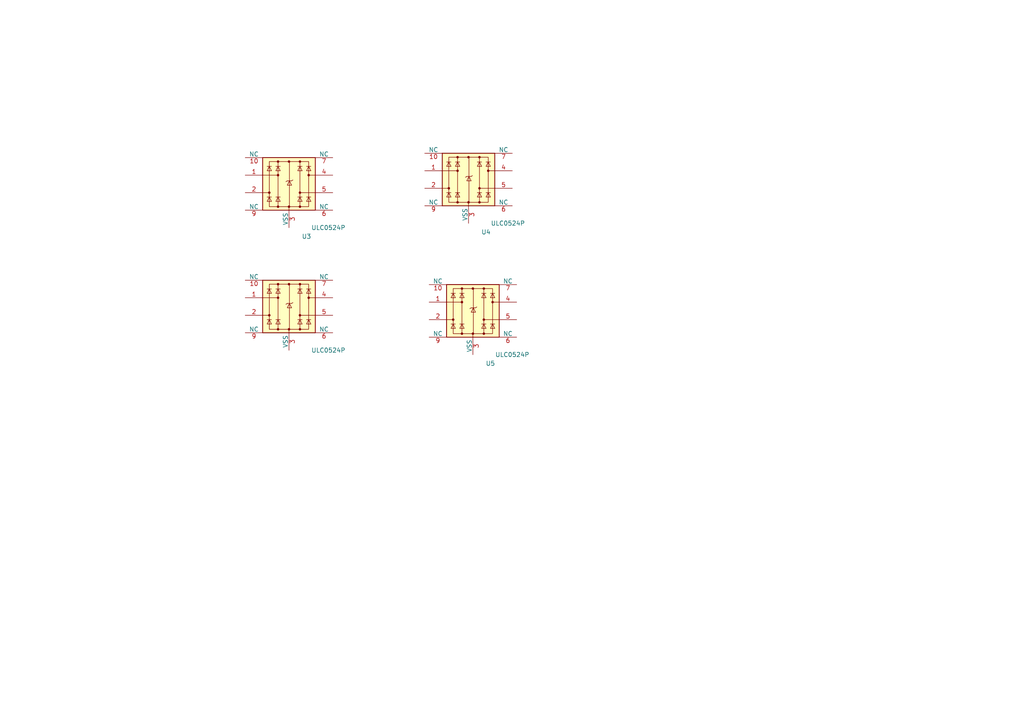
<source format=kicad_sch>
(kicad_sch (version 20250114) (generator "eeschema") (generator_version "9.0")
  (paper "A4")
  (lib_symbols
    (symbol "Power_Protection:D3V3XA4B10LP" (pin_names (offset 0))
      (property "Reference" "U" (at -0.635 8.89 0))
      (property "Value" "D3V3XA4B10LP" (at 8.89 -10.16 0))
      (symbol "D3V3XA4B10LP_0_0"
        (rectangle (start -5.715 6.477) (end 5.715 -6.604))
        (polyline (pts (xy -3.175 -6.604) (xy -3.175 6.477)))
        (polyline (pts (xy 0.127 6.477) (xy 0.127 -6.604)))
        (polyline (pts (xy 3.175 6.477) (xy 3.175 -6.604)))
      )
      (symbol "D3V3XA4B10LP_0_1"
        (polyline (pts (xy -7.747 2.54) (xy -3.175 2.54)))
        (rectangle (start -7.62 7.62) (end 7.62 -7.62) (stroke (width 0.254)) (fill (type background)))
        (polyline (pts (xy -7.62 -2.54) (xy -5.715 -2.54)))
        (circle (center -5.715 -2.54) (radius 0.2794) (fill (type outline)))
        (polyline (pts (xy -5.08 5.08) (xy -6.35 5.08)))
        (polyline (pts (xy -5.08 3.81) (xy -6.35 3.81) (xy -5.715 5.08) (xy -5.08 3.81)))
        (polyline (pts (xy -5.08 -3.81) (xy -6.35 -3.81)))
        (polyline (pts (xy -5.08 -5.08) (xy -6.35 -5.08) (xy -5.715 -3.81) (xy -5.08 -5.08)))
        (circle (center -3.175 6.477) (radius 0.2794) (fill (type outline)))
        (circle (center -3.175 2.54) (radius 0.2794) (fill (type outline)))
        (circle (center -3.175 -6.604) (radius 0.2794) (fill (type outline)))
        (polyline (pts (xy -2.54 5.08) (xy -3.81 5.08)))
        (polyline (pts (xy -2.54 3.81) (xy -3.81 3.81) (xy -3.175 5.08) (xy -2.54 3.81)))
        (polyline (pts (xy -2.54 -3.81) (xy -3.81 -3.81)))
        (polyline (pts (xy -2.54 -5.08) (xy -3.81 -5.08) (xy -3.175 -3.81) (xy -2.54 -5.08)))
        (polyline (pts (xy -0.508 0.889) (xy -0.889 0.635)))
        (circle (center 0 6.477) (radius 0.2794) (fill (type outline)))
        (polyline (pts (xy 0 -6.604) (xy 0 -7.62)))
        (circle (center 0 -6.604) (radius 0.2794) (fill (type outline)))
        (polyline (pts (xy 0.762 0.889) (xy -0.508 0.889)))
        (polyline (pts (xy 0.762 0.889) (xy 1.143 1.143)))
        (polyline (pts (xy 0.762 -0.381) (xy -0.508 -0.381) (xy 0.127 0.889) (xy 0.762 -0.381)))
        (circle (center 3.175 6.477) (radius 0.2794) (fill (type outline)))
        (circle (center 3.175 -2.54) (radius 0.2794) (fill (type outline)))
        (circle (center 3.175 -6.604) (radius 0.2794) (fill (type outline)))
        (polyline (pts (xy 3.81 5.08) (xy 2.54 5.08)))
        (polyline (pts (xy 3.81 3.81) (xy 2.54 3.81) (xy 3.175 5.08) (xy 3.81 3.81)))
        (polyline (pts (xy 3.81 -3.81) (xy 2.54 -3.81)))
        (polyline (pts (xy 3.81 -5.08) (xy 2.54 -5.08) (xy 3.175 -3.81) (xy 3.81 -5.08)))
        (circle (center 5.715 2.54) (radius 0.2794) (fill (type outline)))
        (polyline (pts (xy 6.35 5.08) (xy 5.08 5.08)))
        (polyline (pts (xy 6.35 3.81) (xy 5.08 3.81) (xy 5.715 5.08) (xy 6.35 3.81)))
        (polyline (pts (xy 6.35 -3.81) (xy 5.08 -3.81)))
        (polyline (pts (xy 6.35 -5.08) (xy 5.08 -5.08) (xy 5.715 -3.81) (xy 6.35 -5.08)))
        (polyline (pts (xy 7.62 2.54) (xy 5.715 2.54)))
        (polyline (pts (xy 7.62 -2.54) (xy 3.175 -2.54)))
      )
      (symbol "D3V3XA4B10LP_1_1"
        (pin free line (at -12.7 7.62 0) (length 5.08) (name "NC") (number "10"))
        (pin passive line (at -12.7 2.54 0) (length 5.08) (name "~") (number "1"))
        (pin passive line (at -12.7 -2.54 0) (length 5.08) (name "~") (number "2"))
        (pin free line (at -12.7 -7.62 0) (length 5.08) (name "NC") (number "9"))
        (pin power_in line (at 0 -12.7 90) (length 5.08) (name "VSS") (number "3"))
        (pin passive line (at 0 -12.7 90) (length 5.08) (hide yes) (name "VSS") (number "8"))
        (pin free line (at 12.7 7.62 180) (length 5.08) (name "NC") (number "7"))
        (pin passive line (at 12.7 2.54 180) (length 5.08) (name "~") (number "4"))
        (pin passive line (at 12.7 -2.54 180) (length 5.08) (name "~") (number "5"))
        (pin free line (at 12.7 -7.62 180) (length 5.08) (name "NC") (number "6"))
      )
    )
  )
  (symbol (lib_id "Power_Protection:D3V3XA4B10LP") (at 137.16 90.17 0) (unit 1)
    (property "Reference" "U5" (at 142.24 105.41 0))
    (property "Value" "ULC0524P" (at 148.59 102.87 0))
    (property "Footprint" "A_HDJ_Library:Diodes_UDFN-10_1.0x2.5mm_P0.5mm" (effects (hide yes)))
    (property "Datasheet" "https://www.diodes.com/assets/Datasheets/D3V3XA4B10LP.pdf" (effects (hide yes)))
  )
  (symbol (lib_id "Power_Protection:D3V3XA4B10LP") (at 83.82 88.9 0) (unit 1)
    (property "Reference" "U2" (effects (hide yes)))
    (property "Value" "ULC0524P" (at 95.25 101.6 0))
    (property "Footprint" "A_HDJ_Library:Diodes_UDFN-10_1.0x2.5mm_P0.5mm" (effects (hide yes)))
    (property "Datasheet" "https://www.diodes.com/assets/Datasheets/D3V3XA4B10LP.pdf" (effects (hide yes)))
  )
  (symbol (lib_id "Power_Protection:D3V3XA4B10LP") (at 83.82 53.34 0) (unit 1)
    (property "Reference" "U3" (at 88.9 68.58 0))
    (property "Value" "ULC0524P" (at 95.25 66.04 0))
    (property "Footprint" "A_HDJ_Library:Diodes_UDFN-10_1.0x2.5mm_P0.5mm" (effects (hide yes)))
    (property "Datasheet" "https://www.diodes.com/assets/Datasheets/D3V3XA4B10LP.pdf" (effects (hide yes)))
  )
  (symbol (lib_id "Power_Protection:D3V3XA4B10LP") (at 135.89 52.07 0) (unit 1)
    (property "Reference" "U4" (at 140.97 67.31 0))
    (property "Value" "ULC0524P" (at 147.32 64.77 0))
    (property "Footprint" "A_HDJ_Library:Diodes_UDFN-10_1.0x2.5mm_P0.5mm" (effects (hide yes)))
    (property "Datasheet" "https://www.diodes.com/assets/Datasheets/D3V3XA4B10LP.pdf" (effects (hide yes)))
  )
)
</source>
